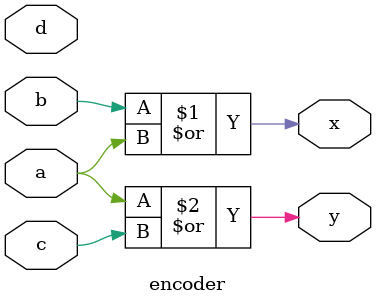
<source format=v>
module encoder(a,b,c,d,x,y);
  input a,b,c,d;
  output x,y;
  
  assign x=b|a;
  assign y=a|c;
  
endmodule

</source>
